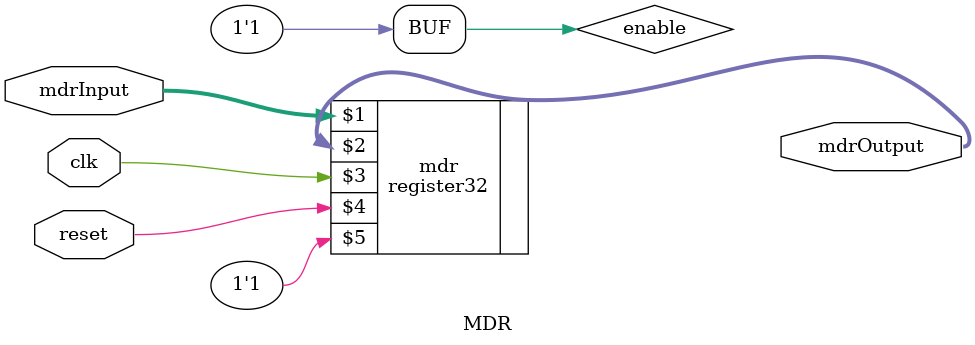
<source format=v>
module MDR(mdrInput, mdrOutput, clk, reset);

parameter WIDTH = 32;

	input wire [WIDTH-1:0] mdrInput;
	output reg [WIDTH-1:0] mdrOutput;
	input clk, reset;

	
assign enable = 'b1;

register32 mdr(mdrInput, mdrOutput, clk, reset, enable);


		
endmodule
</source>
